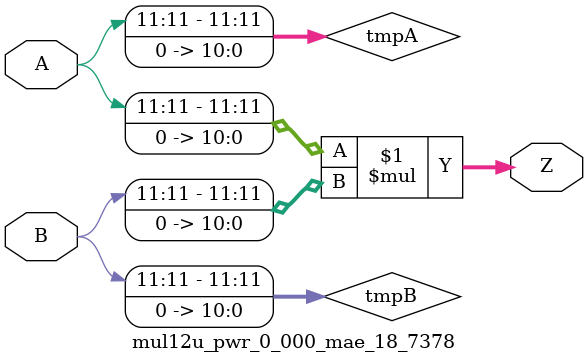
<source format=v>
/***
* This code is a part of ApproxLib library (ehw.fit.vutbr.cz/approxlib) distributed under The MIT License.
* When used, please cite the following article(s): V. Mrazek, Z. Vasicek, L. Sekanina, H. Jiang and J. Han, "Scalable Construction of Approximate Multipliers With Formally Guaranteed Worst Case Error" in IEEE Transactions on Very Large Scale Integration (VLSI) Systems, vol. 26, no. 11, pp. 2572-2576, Nov. 2018. doi: 10.1109/TVLSI.2018.2856362 
* This file contains a circuit from a sub-set of pareto optimal circuits with respect to the pwr and mae parameters
***/

//Behavioral model of 12-bit Truncated Multiplier
//Truncated bits: 11

module mul12u_pwr_0_000_mae_18_7378(
	A, 
	B,
	Z
);

input [12-1:0] A;
input [12-1:0] B;
output [2*12-1:0] Z;

wire [12-1:0] tmpA;
wire [12-1:0] tmpB;
assign tmpA = {A[12-1:11],{11{1'b0}}};
assign tmpB = {B[12-1:11],{11{1'b0}}};
assign Z = tmpA * tmpB;
endmodule


// internal reference: truncation-tm.12.mul12u_pwr_0_000_mae_18_7378


</source>
